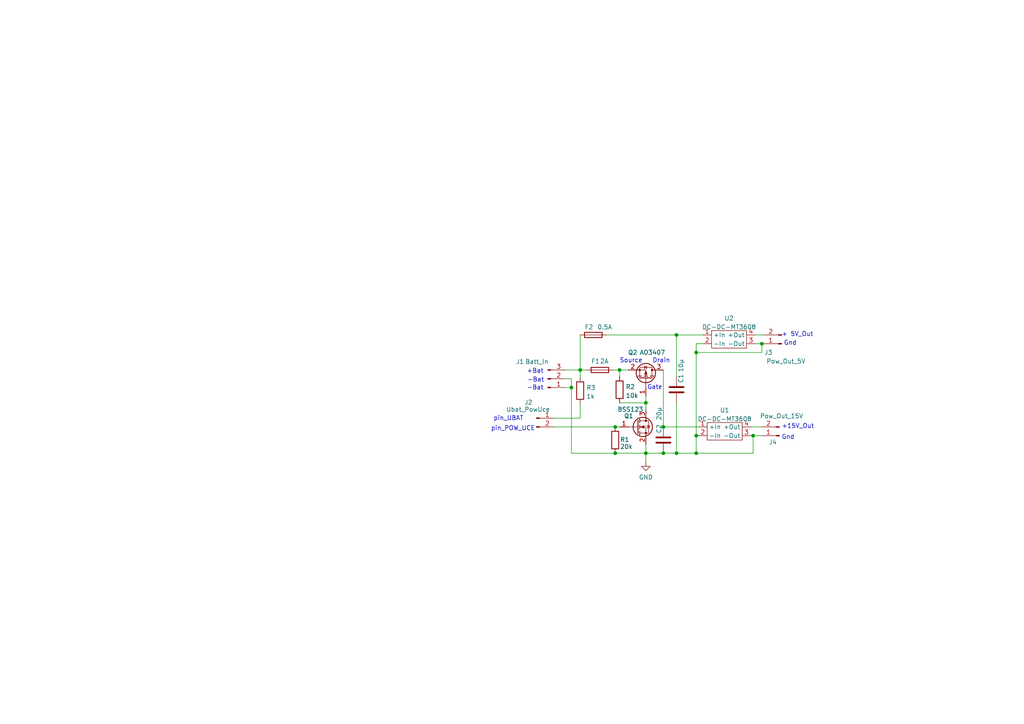
<source format=kicad_sch>
(kicad_sch (version 20211123) (generator eeschema)

  (uuid c3ea0578-92ff-4bf6-a1e1-e6211374ef30)

  (paper "A4")

  (lib_symbols
    (symbol "Connector:Conn_01x02_Male" (pin_names (offset 1.016) hide) (in_bom yes) (on_board yes)
      (property "Reference" "J" (id 0) (at 0 2.54 0)
        (effects (font (size 1.27 1.27)))
      )
      (property "Value" "Conn_01x02_Male" (id 1) (at 0 -5.08 0)
        (effects (font (size 1.27 1.27)))
      )
      (property "Footprint" "" (id 2) (at 0 0 0)
        (effects (font (size 1.27 1.27)) hide)
      )
      (property "Datasheet" "~" (id 3) (at 0 0 0)
        (effects (font (size 1.27 1.27)) hide)
      )
      (property "ki_keywords" "connector" (id 4) (at 0 0 0)
        (effects (font (size 1.27 1.27)) hide)
      )
      (property "ki_description" "Generic connector, single row, 01x02, script generated (kicad-library-utils/schlib/autogen/connector/)" (id 5) (at 0 0 0)
        (effects (font (size 1.27 1.27)) hide)
      )
      (property "ki_fp_filters" "Connector*:*_1x??_*" (id 6) (at 0 0 0)
        (effects (font (size 1.27 1.27)) hide)
      )
      (symbol "Conn_01x02_Male_1_1"
        (polyline
          (pts
            (xy 1.27 -2.54)
            (xy 0.8636 -2.54)
          )
          (stroke (width 0.1524) (type default) (color 0 0 0 0))
          (fill (type none))
        )
        (polyline
          (pts
            (xy 1.27 0)
            (xy 0.8636 0)
          )
          (stroke (width 0.1524) (type default) (color 0 0 0 0))
          (fill (type none))
        )
        (rectangle (start 0.8636 -2.413) (end 0 -2.667)
          (stroke (width 0.1524) (type default) (color 0 0 0 0))
          (fill (type outline))
        )
        (rectangle (start 0.8636 0.127) (end 0 -0.127)
          (stroke (width 0.1524) (type default) (color 0 0 0 0))
          (fill (type outline))
        )
        (pin passive line (at 5.08 0 180) (length 3.81)
          (name "Pin_1" (effects (font (size 1.27 1.27))))
          (number "1" (effects (font (size 1.27 1.27))))
        )
        (pin passive line (at 5.08 -2.54 180) (length 3.81)
          (name "Pin_2" (effects (font (size 1.27 1.27))))
          (number "2" (effects (font (size 1.27 1.27))))
        )
      )
    )
    (symbol "Connector:Conn_01x03_Male" (pin_names (offset 1.016) hide) (in_bom yes) (on_board yes)
      (property "Reference" "J" (id 0) (at 0 5.08 0)
        (effects (font (size 1.27 1.27)))
      )
      (property "Value" "Conn_01x03_Male" (id 1) (at 0 -5.08 0)
        (effects (font (size 1.27 1.27)))
      )
      (property "Footprint" "" (id 2) (at 0 0 0)
        (effects (font (size 1.27 1.27)) hide)
      )
      (property "Datasheet" "~" (id 3) (at 0 0 0)
        (effects (font (size 1.27 1.27)) hide)
      )
      (property "ki_keywords" "connector" (id 4) (at 0 0 0)
        (effects (font (size 1.27 1.27)) hide)
      )
      (property "ki_description" "Generic connector, single row, 01x03, script generated (kicad-library-utils/schlib/autogen/connector/)" (id 5) (at 0 0 0)
        (effects (font (size 1.27 1.27)) hide)
      )
      (property "ki_fp_filters" "Connector*:*_1x??_*" (id 6) (at 0 0 0)
        (effects (font (size 1.27 1.27)) hide)
      )
      (symbol "Conn_01x03_Male_1_1"
        (polyline
          (pts
            (xy 1.27 -2.54)
            (xy 0.8636 -2.54)
          )
          (stroke (width 0.1524) (type default) (color 0 0 0 0))
          (fill (type none))
        )
        (polyline
          (pts
            (xy 1.27 0)
            (xy 0.8636 0)
          )
          (stroke (width 0.1524) (type default) (color 0 0 0 0))
          (fill (type none))
        )
        (polyline
          (pts
            (xy 1.27 2.54)
            (xy 0.8636 2.54)
          )
          (stroke (width 0.1524) (type default) (color 0 0 0 0))
          (fill (type none))
        )
        (rectangle (start 0.8636 -2.413) (end 0 -2.667)
          (stroke (width 0.1524) (type default) (color 0 0 0 0))
          (fill (type outline))
        )
        (rectangle (start 0.8636 0.127) (end 0 -0.127)
          (stroke (width 0.1524) (type default) (color 0 0 0 0))
          (fill (type outline))
        )
        (rectangle (start 0.8636 2.667) (end 0 2.413)
          (stroke (width 0.1524) (type default) (color 0 0 0 0))
          (fill (type outline))
        )
        (pin passive line (at 5.08 2.54 180) (length 3.81)
          (name "Pin_1" (effects (font (size 1.27 1.27))))
          (number "1" (effects (font (size 1.27 1.27))))
        )
        (pin passive line (at 5.08 0 180) (length 3.81)
          (name "Pin_2" (effects (font (size 1.27 1.27))))
          (number "2" (effects (font (size 1.27 1.27))))
        )
        (pin passive line (at 5.08 -2.54 180) (length 3.81)
          (name "Pin_3" (effects (font (size 1.27 1.27))))
          (number "3" (effects (font (size 1.27 1.27))))
        )
      )
    )
    (symbol "Device:C" (pin_numbers hide) (pin_names (offset 0.254)) (in_bom yes) (on_board yes)
      (property "Reference" "C" (id 0) (at 0.635 2.54 0)
        (effects (font (size 1.27 1.27)) (justify left))
      )
      (property "Value" "C" (id 1) (at 0.635 -2.54 0)
        (effects (font (size 1.27 1.27)) (justify left))
      )
      (property "Footprint" "" (id 2) (at 0.9652 -3.81 0)
        (effects (font (size 1.27 1.27)) hide)
      )
      (property "Datasheet" "~" (id 3) (at 0 0 0)
        (effects (font (size 1.27 1.27)) hide)
      )
      (property "ki_keywords" "cap capacitor" (id 4) (at 0 0 0)
        (effects (font (size 1.27 1.27)) hide)
      )
      (property "ki_description" "Unpolarized capacitor" (id 5) (at 0 0 0)
        (effects (font (size 1.27 1.27)) hide)
      )
      (property "ki_fp_filters" "C_*" (id 6) (at 0 0 0)
        (effects (font (size 1.27 1.27)) hide)
      )
      (symbol "C_0_1"
        (polyline
          (pts
            (xy -2.032 -0.762)
            (xy 2.032 -0.762)
          )
          (stroke (width 0.508) (type default) (color 0 0 0 0))
          (fill (type none))
        )
        (polyline
          (pts
            (xy -2.032 0.762)
            (xy 2.032 0.762)
          )
          (stroke (width 0.508) (type default) (color 0 0 0 0))
          (fill (type none))
        )
      )
      (symbol "C_1_1"
        (pin passive line (at 0 3.81 270) (length 2.794)
          (name "~" (effects (font (size 1.27 1.27))))
          (number "1" (effects (font (size 1.27 1.27))))
        )
        (pin passive line (at 0 -3.81 90) (length 2.794)
          (name "~" (effects (font (size 1.27 1.27))))
          (number "2" (effects (font (size 1.27 1.27))))
        )
      )
    )
    (symbol "Device:Fuse" (pin_numbers hide) (pin_names (offset 0)) (in_bom yes) (on_board yes)
      (property "Reference" "F" (id 0) (at 2.032 0 90)
        (effects (font (size 1.27 1.27)))
      )
      (property "Value" "Fuse" (id 1) (at -1.905 0 90)
        (effects (font (size 1.27 1.27)))
      )
      (property "Footprint" "" (id 2) (at -1.778 0 90)
        (effects (font (size 1.27 1.27)) hide)
      )
      (property "Datasheet" "~" (id 3) (at 0 0 0)
        (effects (font (size 1.27 1.27)) hide)
      )
      (property "ki_keywords" "fuse" (id 4) (at 0 0 0)
        (effects (font (size 1.27 1.27)) hide)
      )
      (property "ki_description" "Fuse" (id 5) (at 0 0 0)
        (effects (font (size 1.27 1.27)) hide)
      )
      (property "ki_fp_filters" "*Fuse*" (id 6) (at 0 0 0)
        (effects (font (size 1.27 1.27)) hide)
      )
      (symbol "Fuse_0_1"
        (rectangle (start -0.762 -2.54) (end 0.762 2.54)
          (stroke (width 0.254) (type default) (color 0 0 0 0))
          (fill (type none))
        )
        (polyline
          (pts
            (xy 0 2.54)
            (xy 0 -2.54)
          )
          (stroke (width 0) (type default) (color 0 0 0 0))
          (fill (type none))
        )
      )
      (symbol "Fuse_1_1"
        (pin passive line (at 0 3.81 270) (length 1.27)
          (name "~" (effects (font (size 1.27 1.27))))
          (number "1" (effects (font (size 1.27 1.27))))
        )
        (pin passive line (at 0 -3.81 90) (length 1.27)
          (name "~" (effects (font (size 1.27 1.27))))
          (number "2" (effects (font (size 1.27 1.27))))
        )
      )
    )
    (symbol "Device:R" (pin_numbers hide) (pin_names (offset 0)) (in_bom yes) (on_board yes)
      (property "Reference" "R" (id 0) (at 2.032 0 90)
        (effects (font (size 1.27 1.27)))
      )
      (property "Value" "R" (id 1) (at 0 0 90)
        (effects (font (size 1.27 1.27)))
      )
      (property "Footprint" "" (id 2) (at -1.778 0 90)
        (effects (font (size 1.27 1.27)) hide)
      )
      (property "Datasheet" "~" (id 3) (at 0 0 0)
        (effects (font (size 1.27 1.27)) hide)
      )
      (property "ki_keywords" "R res resistor" (id 4) (at 0 0 0)
        (effects (font (size 1.27 1.27)) hide)
      )
      (property "ki_description" "Resistor" (id 5) (at 0 0 0)
        (effects (font (size 1.27 1.27)) hide)
      )
      (property "ki_fp_filters" "R_*" (id 6) (at 0 0 0)
        (effects (font (size 1.27 1.27)) hide)
      )
      (symbol "R_0_1"
        (rectangle (start -1.016 -2.54) (end 1.016 2.54)
          (stroke (width 0.254) (type default) (color 0 0 0 0))
          (fill (type none))
        )
      )
      (symbol "R_1_1"
        (pin passive line (at 0 3.81 270) (length 1.27)
          (name "~" (effects (font (size 1.27 1.27))))
          (number "1" (effects (font (size 1.27 1.27))))
        )
        (pin passive line (at 0 -3.81 90) (length 1.27)
          (name "~" (effects (font (size 1.27 1.27))))
          (number "2" (effects (font (size 1.27 1.27))))
        )
      )
    )
    (symbol "MyLibrary:DC-DC-MT3608" (in_bom yes) (on_board yes)
      (property "Reference" "U" (id 0) (at -6.35 7.62 0)
        (effects (font (size 1.27 1.27)))
      )
      (property "Value" "DC-DC-MT3608" (id 1) (at 0 5.08 0)
        (effects (font (size 1.27 1.27)))
      )
      (property "Footprint" "" (id 2) (at 0 0 0)
        (effects (font (size 1.27 1.27)) hide)
      )
      (property "Datasheet" "" (id 3) (at 0 0 0)
        (effects (font (size 1.27 1.27)) hide)
      )
      (symbol "DC-DC-MT3608_0_1"
        (rectangle (start 6.35 -1.27) (end -3.81 3.81)
          (stroke (width 0) (type default) (color 0 0 0 0))
          (fill (type none))
        )
      )
      (symbol "DC-DC-MT3608_1_1"
        (pin input line (at -6.35 2.54 0) (length 2.54)
          (name "+In" (effects (font (size 1.27 1.27))))
          (number "1" (effects (font (size 1.27 1.27))))
        )
        (pin input line (at -6.35 0 0) (length 2.54)
          (name "-In" (effects (font (size 1.27 1.27))))
          (number "2" (effects (font (size 1.27 1.27))))
        )
        (pin output line (at 8.89 0 180) (length 2.54)
          (name "-Out" (effects (font (size 1.27 1.27))))
          (number "3" (effects (font (size 1.27 1.27))))
        )
        (pin output line (at 8.89 2.54 180) (length 2.54)
          (name "+Out" (effects (font (size 1.27 1.27))))
          (number "4" (effects (font (size 1.27 1.27))))
        )
      )
    )
    (symbol "Transistor_FET:AO3401A" (pin_names hide) (in_bom yes) (on_board yes)
      (property "Reference" "Q" (id 0) (at 5.08 1.905 0)
        (effects (font (size 1.27 1.27)) (justify left))
      )
      (property "Value" "AO3401A" (id 1) (at 5.08 0 0)
        (effects (font (size 1.27 1.27)) (justify left))
      )
      (property "Footprint" "Package_TO_SOT_SMD:SOT-23" (id 2) (at 5.08 -1.905 0)
        (effects (font (size 1.27 1.27) italic) (justify left) hide)
      )
      (property "Datasheet" "http://www.aosmd.com/pdfs/datasheet/AO3401A.pdf" (id 3) (at 0 0 0)
        (effects (font (size 1.27 1.27)) (justify left) hide)
      )
      (property "ki_keywords" "P-Channel MOSFET" (id 4) (at 0 0 0)
        (effects (font (size 1.27 1.27)) hide)
      )
      (property "ki_description" "-4.0A Id, -30V Vds, P-Channel MOSFET, SOT-23" (id 5) (at 0 0 0)
        (effects (font (size 1.27 1.27)) hide)
      )
      (property "ki_fp_filters" "SOT?23*" (id 6) (at 0 0 0)
        (effects (font (size 1.27 1.27)) hide)
      )
      (symbol "AO3401A_0_1"
        (polyline
          (pts
            (xy 0.254 0)
            (xy -2.54 0)
          )
          (stroke (width 0) (type default) (color 0 0 0 0))
          (fill (type none))
        )
        (polyline
          (pts
            (xy 0.254 1.905)
            (xy 0.254 -1.905)
          )
          (stroke (width 0.254) (type default) (color 0 0 0 0))
          (fill (type none))
        )
        (polyline
          (pts
            (xy 0.762 -1.27)
            (xy 0.762 -2.286)
          )
          (stroke (width 0.254) (type default) (color 0 0 0 0))
          (fill (type none))
        )
        (polyline
          (pts
            (xy 0.762 0.508)
            (xy 0.762 -0.508)
          )
          (stroke (width 0.254) (type default) (color 0 0 0 0))
          (fill (type none))
        )
        (polyline
          (pts
            (xy 0.762 2.286)
            (xy 0.762 1.27)
          )
          (stroke (width 0.254) (type default) (color 0 0 0 0))
          (fill (type none))
        )
        (polyline
          (pts
            (xy 2.54 2.54)
            (xy 2.54 1.778)
          )
          (stroke (width 0) (type default) (color 0 0 0 0))
          (fill (type none))
        )
        (polyline
          (pts
            (xy 2.54 -2.54)
            (xy 2.54 0)
            (xy 0.762 0)
          )
          (stroke (width 0) (type default) (color 0 0 0 0))
          (fill (type none))
        )
        (polyline
          (pts
            (xy 0.762 1.778)
            (xy 3.302 1.778)
            (xy 3.302 -1.778)
            (xy 0.762 -1.778)
          )
          (stroke (width 0) (type default) (color 0 0 0 0))
          (fill (type none))
        )
        (polyline
          (pts
            (xy 2.286 0)
            (xy 1.27 0.381)
            (xy 1.27 -0.381)
            (xy 2.286 0)
          )
          (stroke (width 0) (type default) (color 0 0 0 0))
          (fill (type outline))
        )
        (polyline
          (pts
            (xy 2.794 -0.508)
            (xy 2.921 -0.381)
            (xy 3.683 -0.381)
            (xy 3.81 -0.254)
          )
          (stroke (width 0) (type default) (color 0 0 0 0))
          (fill (type none))
        )
        (polyline
          (pts
            (xy 3.302 -0.381)
            (xy 2.921 0.254)
            (xy 3.683 0.254)
            (xy 3.302 -0.381)
          )
          (stroke (width 0) (type default) (color 0 0 0 0))
          (fill (type none))
        )
        (circle (center 1.651 0) (radius 2.794)
          (stroke (width 0.254) (type default) (color 0 0 0 0))
          (fill (type none))
        )
        (circle (center 2.54 -1.778) (radius 0.254)
          (stroke (width 0) (type default) (color 0 0 0 0))
          (fill (type outline))
        )
        (circle (center 2.54 1.778) (radius 0.254)
          (stroke (width 0) (type default) (color 0 0 0 0))
          (fill (type outline))
        )
      )
      (symbol "AO3401A_1_1"
        (pin input line (at -5.08 0 0) (length 2.54)
          (name "G" (effects (font (size 1.27 1.27))))
          (number "1" (effects (font (size 1.27 1.27))))
        )
        (pin passive line (at 2.54 -5.08 90) (length 2.54)
          (name "S" (effects (font (size 1.27 1.27))))
          (number "2" (effects (font (size 1.27 1.27))))
        )
        (pin passive line (at 2.54 5.08 270) (length 2.54)
          (name "D" (effects (font (size 1.27 1.27))))
          (number "3" (effects (font (size 1.27 1.27))))
        )
      )
    )
    (symbol "Transistor_FET:BSS123" (pin_names hide) (in_bom yes) (on_board yes)
      (property "Reference" "Q" (id 0) (at 5.08 1.905 0)
        (effects (font (size 1.27 1.27)) (justify left))
      )
      (property "Value" "BSS123" (id 1) (at 5.08 0 0)
        (effects (font (size 1.27 1.27)) (justify left))
      )
      (property "Footprint" "Package_TO_SOT_SMD:SOT-23" (id 2) (at 5.08 -1.905 0)
        (effects (font (size 1.27 1.27) italic) (justify left) hide)
      )
      (property "Datasheet" "http://www.diodes.com/assets/Datasheets/ds30366.pdf" (id 3) (at 0 0 0)
        (effects (font (size 1.27 1.27)) (justify left) hide)
      )
      (property "ki_keywords" "N-Channel MOSFET" (id 4) (at 0 0 0)
        (effects (font (size 1.27 1.27)) hide)
      )
      (property "ki_description" "0.17A Id, 100V Vds, N-Channel MOSFET, SOT-23" (id 5) (at 0 0 0)
        (effects (font (size 1.27 1.27)) hide)
      )
      (property "ki_fp_filters" "SOT?23*" (id 6) (at 0 0 0)
        (effects (font (size 1.27 1.27)) hide)
      )
      (symbol "BSS123_0_1"
        (polyline
          (pts
            (xy 0.254 0)
            (xy -2.54 0)
          )
          (stroke (width 0) (type default) (color 0 0 0 0))
          (fill (type none))
        )
        (polyline
          (pts
            (xy 0.254 1.905)
            (xy 0.254 -1.905)
          )
          (stroke (width 0.254) (type default) (color 0 0 0 0))
          (fill (type none))
        )
        (polyline
          (pts
            (xy 0.762 -1.27)
            (xy 0.762 -2.286)
          )
          (stroke (width 0.254) (type default) (color 0 0 0 0))
          (fill (type none))
        )
        (polyline
          (pts
            (xy 0.762 0.508)
            (xy 0.762 -0.508)
          )
          (stroke (width 0.254) (type default) (color 0 0 0 0))
          (fill (type none))
        )
        (polyline
          (pts
            (xy 0.762 2.286)
            (xy 0.762 1.27)
          )
          (stroke (width 0.254) (type default) (color 0 0 0 0))
          (fill (type none))
        )
        (polyline
          (pts
            (xy 2.54 2.54)
            (xy 2.54 1.778)
          )
          (stroke (width 0) (type default) (color 0 0 0 0))
          (fill (type none))
        )
        (polyline
          (pts
            (xy 2.54 -2.54)
            (xy 2.54 0)
            (xy 0.762 0)
          )
          (stroke (width 0) (type default) (color 0 0 0 0))
          (fill (type none))
        )
        (polyline
          (pts
            (xy 0.762 -1.778)
            (xy 3.302 -1.778)
            (xy 3.302 1.778)
            (xy 0.762 1.778)
          )
          (stroke (width 0) (type default) (color 0 0 0 0))
          (fill (type none))
        )
        (polyline
          (pts
            (xy 1.016 0)
            (xy 2.032 0.381)
            (xy 2.032 -0.381)
            (xy 1.016 0)
          )
          (stroke (width 0) (type default) (color 0 0 0 0))
          (fill (type outline))
        )
        (polyline
          (pts
            (xy 2.794 0.508)
            (xy 2.921 0.381)
            (xy 3.683 0.381)
            (xy 3.81 0.254)
          )
          (stroke (width 0) (type default) (color 0 0 0 0))
          (fill (type none))
        )
        (polyline
          (pts
            (xy 3.302 0.381)
            (xy 2.921 -0.254)
            (xy 3.683 -0.254)
            (xy 3.302 0.381)
          )
          (stroke (width 0) (type default) (color 0 0 0 0))
          (fill (type none))
        )
        (circle (center 1.651 0) (radius 2.794)
          (stroke (width 0.254) (type default) (color 0 0 0 0))
          (fill (type none))
        )
        (circle (center 2.54 -1.778) (radius 0.254)
          (stroke (width 0) (type default) (color 0 0 0 0))
          (fill (type outline))
        )
        (circle (center 2.54 1.778) (radius 0.254)
          (stroke (width 0) (type default) (color 0 0 0 0))
          (fill (type outline))
        )
      )
      (symbol "BSS123_1_1"
        (pin input line (at -5.08 0 0) (length 2.54)
          (name "G" (effects (font (size 1.27 1.27))))
          (number "1" (effects (font (size 1.27 1.27))))
        )
        (pin passive line (at 2.54 -5.08 90) (length 2.54)
          (name "S" (effects (font (size 1.27 1.27))))
          (number "2" (effects (font (size 1.27 1.27))))
        )
        (pin passive line (at 2.54 5.08 270) (length 2.54)
          (name "D" (effects (font (size 1.27 1.27))))
          (number "3" (effects (font (size 1.27 1.27))))
        )
      )
    )
    (symbol "power:GND" (power) (pin_names (offset 0)) (in_bom yes) (on_board yes)
      (property "Reference" "#PWR" (id 0) (at 0 -6.35 0)
        (effects (font (size 1.27 1.27)) hide)
      )
      (property "Value" "GND" (id 1) (at 0 -3.81 0)
        (effects (font (size 1.27 1.27)))
      )
      (property "Footprint" "" (id 2) (at 0 0 0)
        (effects (font (size 1.27 1.27)) hide)
      )
      (property "Datasheet" "" (id 3) (at 0 0 0)
        (effects (font (size 1.27 1.27)) hide)
      )
      (property "ki_keywords" "global power" (id 4) (at 0 0 0)
        (effects (font (size 1.27 1.27)) hide)
      )
      (property "ki_description" "Power symbol creates a global label with name \"GND\" , ground" (id 5) (at 0 0 0)
        (effects (font (size 1.27 1.27)) hide)
      )
      (symbol "GND_0_1"
        (polyline
          (pts
            (xy 0 0)
            (xy 0 -1.27)
            (xy 1.27 -1.27)
            (xy 0 -2.54)
            (xy -1.27 -1.27)
            (xy 0 -1.27)
          )
          (stroke (width 0) (type default) (color 0 0 0 0))
          (fill (type none))
        )
      )
      (symbol "GND_1_1"
        (pin power_in line (at 0 0 270) (length 0) hide
          (name "GND" (effects (font (size 1.27 1.27))))
          (number "1" (effects (font (size 1.27 1.27))))
        )
      )
    )
  )

  (junction (at 178.435 123.825) (diameter 0) (color 0 0 0 0)
    (uuid 0229a5d1-6798-49c9-b616-11aae27b82e2)
  )
  (junction (at 165.735 112.395) (diameter 0) (color 0 0 0 0)
    (uuid 1549dd87-22c8-4e0a-ae75-515d9a9b1010)
  )
  (junction (at 218.44 126.365) (diameter 0) (color 0 0 0 0)
    (uuid 16348ce5-6413-4eb0-adc8-4adea4a8f036)
  )
  (junction (at 187.325 116.84) (diameter 0) (color 0 0 0 0)
    (uuid 29b915f9-b260-47bc-9219-3472267a2187)
  )
  (junction (at 220.98 99.695) (diameter 0) (color 0 0 0 0)
    (uuid 3d218318-715f-42b5-9e9c-81627b428f66)
  )
  (junction (at 192.405 123.825) (diameter 0) (color 0 0 0 0)
    (uuid 8b16eb32-74fc-4e09-9b83-b3e29980a3ba)
  )
  (junction (at 168.275 107.315) (diameter 0) (color 0 0 0 0)
    (uuid 8c20a2b0-aba2-40bf-ac62-5bb2befc3cbe)
  )
  (junction (at 201.93 126.365) (diameter 0) (color 0 0 0 0)
    (uuid 8e37fbd3-dfc7-4622-8a53-2dd88bbb4520)
  )
  (junction (at 179.705 107.315) (diameter 0) (color 0 0 0 0)
    (uuid 9636037e-6218-481e-8099-8f9d3fa5f50d)
  )
  (junction (at 178.435 131.445) (diameter 0) (color 0 0 0 0)
    (uuid 9e17088f-4c41-49a3-91cc-b763b6b4fe74)
  )
  (junction (at 201.93 102.235) (diameter 0) (color 0 0 0 0)
    (uuid a26be092-3f52-458d-a7bf-5df062fccf4e)
  )
  (junction (at 196.215 131.445) (diameter 0) (color 0 0 0 0)
    (uuid a70adf81-70e2-4954-ac24-87437854f847)
  )
  (junction (at 201.93 131.445) (diameter 0) (color 0 0 0 0)
    (uuid be3bca6c-5957-459d-8635-737f9b29f0aa)
  )
  (junction (at 187.325 131.445) (diameter 0) (color 0 0 0 0)
    (uuid da853990-8817-44ba-9308-ac6b5bb9d42a)
  )
  (junction (at 192.405 131.445) (diameter 0) (color 0 0 0 0)
    (uuid e5970084-5e26-43bf-bd56-0f7e21086f53)
  )
  (junction (at 196.215 97.155) (diameter 0) (color 0 0 0 0)
    (uuid f1ed7fc4-a5af-45ed-a2ad-605adcc51764)
  )

  (wire (pts (xy 187.325 128.905) (xy 187.325 131.445))
    (stroke (width 0) (type default) (color 0 0 0 0))
    (uuid 05b0a390-7fba-4dd7-a2da-40d36212a3b6)
  )
  (wire (pts (xy 201.93 131.445) (xy 218.44 131.445))
    (stroke (width 0) (type default) (color 0 0 0 0))
    (uuid 081b9dcf-5128-4c09-be60-53a7da7560ad)
  )
  (wire (pts (xy 220.98 99.695) (xy 220.98 102.235))
    (stroke (width 0) (type default) (color 0 0 0 0))
    (uuid 081d9a35-044a-4d4f-b058-4e0c39fdfb45)
  )
  (wire (pts (xy 201.93 102.235) (xy 220.98 102.235))
    (stroke (width 0) (type default) (color 0 0 0 0))
    (uuid 0c1ab3b7-5c88-405d-9b94-d24b11384994)
  )
  (wire (pts (xy 187.325 114.935) (xy 187.325 116.84))
    (stroke (width 0) (type default) (color 0 0 0 0))
    (uuid 1b328eba-f10a-4716-8af4-e1ac49f37fe0)
  )
  (wire (pts (xy 187.325 131.445) (xy 192.405 131.445))
    (stroke (width 0) (type default) (color 0 0 0 0))
    (uuid 1d7c50aa-8898-480f-8f20-07e3fa0a9a24)
  )
  (wire (pts (xy 163.957 112.395) (xy 165.735 112.395))
    (stroke (width 0) (type default) (color 0 0 0 0))
    (uuid 1e0fe2fd-a3b1-4bc3-9e16-b04d3beafdc2)
  )
  (wire (pts (xy 201.93 126.365) (xy 201.93 102.235))
    (stroke (width 0) (type default) (color 0 0 0 0))
    (uuid 1e407785-ba07-4e7b-af33-86c6c41f66f9)
  )
  (wire (pts (xy 179.705 107.315) (xy 182.245 107.315))
    (stroke (width 0) (type default) (color 0 0 0 0))
    (uuid 22219f3d-8069-459e-aa6a-164c4bf71b36)
  )
  (wire (pts (xy 160.655 121.285) (xy 168.275 121.285))
    (stroke (width 0) (type default) (color 0 0 0 0))
    (uuid 2d621992-7107-4cb6-bef5-3e9367b3a450)
  )
  (wire (pts (xy 163.957 109.855) (xy 165.735 109.855))
    (stroke (width 0) (type default) (color 0 0 0 0))
    (uuid 32ae59db-42f2-4fe8-9233-8de3ae986910)
  )
  (wire (pts (xy 179.705 107.315) (xy 179.705 109.22))
    (stroke (width 0) (type default) (color 0 0 0 0))
    (uuid 33108f1b-5976-46dd-90cc-4855782b4f6d)
  )
  (wire (pts (xy 178.435 131.445) (xy 187.325 131.445))
    (stroke (width 0) (type default) (color 0 0 0 0))
    (uuid 37c65f4e-7d18-470b-9620-fc927bde199a)
  )
  (wire (pts (xy 187.325 116.84) (xy 187.325 118.745))
    (stroke (width 0) (type default) (color 0 0 0 0))
    (uuid 384e970a-5879-4108-8fcb-398e787224a1)
  )
  (wire (pts (xy 160.655 123.825) (xy 178.435 123.825))
    (stroke (width 0) (type default) (color 0 0 0 0))
    (uuid 3ba09dc2-dc1d-449a-a51f-d0729bded04c)
  )
  (wire (pts (xy 196.215 116.84) (xy 196.215 131.445))
    (stroke (width 0) (type default) (color 0 0 0 0))
    (uuid 47c83de0-b1b1-49e6-81e1-cd771c5a3563)
  )
  (wire (pts (xy 187.325 131.445) (xy 187.325 133.985))
    (stroke (width 0) (type default) (color 0 0 0 0))
    (uuid 4f3fa27d-63d7-4d1e-9302-e82ad089d2d3)
  )
  (wire (pts (xy 163.957 107.315) (xy 168.275 107.315))
    (stroke (width 0) (type default) (color 0 0 0 0))
    (uuid 53ce6c7e-bfea-42fb-9767-b29e4d36547e)
  )
  (wire (pts (xy 217.805 123.825) (xy 220.98 123.825))
    (stroke (width 0) (type default) (color 0 0 0 0))
    (uuid 5f05990d-1fcd-4ff9-9cf7-490b2e8bece0)
  )
  (wire (pts (xy 177.8 107.315) (xy 179.705 107.315))
    (stroke (width 0) (type default) (color 0 0 0 0))
    (uuid 67632a57-665e-4686-b8bd-a16b9646c698)
  )
  (wire (pts (xy 179.705 116.84) (xy 187.325 116.84))
    (stroke (width 0) (type default) (color 0 0 0 0))
    (uuid 6fd20998-f71c-4a3b-b70f-49ae9703303c)
  )
  (wire (pts (xy 168.275 97.155) (xy 168.275 107.315))
    (stroke (width 0) (type default) (color 0 0 0 0))
    (uuid 76136b99-334a-4c3d-a4ac-7a8f68c0254d)
  )
  (wire (pts (xy 165.735 112.395) (xy 165.735 131.445))
    (stroke (width 0) (type default) (color 0 0 0 0))
    (uuid 7bfaf601-5796-45b7-a10d-64497ed8e2d6)
  )
  (wire (pts (xy 217.805 126.365) (xy 218.44 126.365))
    (stroke (width 0) (type default) (color 0 0 0 0))
    (uuid 8ae9ac9f-35dd-4617-bbc1-9a1aeb1b1254)
  )
  (wire (pts (xy 165.735 109.855) (xy 165.735 112.395))
    (stroke (width 0) (type default) (color 0 0 0 0))
    (uuid 8ce83573-2ab6-40bb-a981-03c0d7f4233e)
  )
  (wire (pts (xy 220.98 99.695) (xy 221.615 99.695))
    (stroke (width 0) (type default) (color 0 0 0 0))
    (uuid 9d6df66c-a8ca-4ff4-9662-c33dbd7509c1)
  )
  (wire (pts (xy 168.275 107.315) (xy 170.18 107.315))
    (stroke (width 0) (type default) (color 0 0 0 0))
    (uuid 9fe09ded-23a4-4d7a-a5c6-ba6b68efbf36)
  )
  (wire (pts (xy 201.93 126.365) (xy 202.565 126.365))
    (stroke (width 0) (type default) (color 0 0 0 0))
    (uuid a01680a0-d526-4bc6-a6dc-e3a05a85dae2)
  )
  (wire (pts (xy 192.405 131.445) (xy 196.215 131.445))
    (stroke (width 0) (type default) (color 0 0 0 0))
    (uuid a1f36b1b-68f1-43c4-96dd-2c21ceb5c4c1)
  )
  (wire (pts (xy 175.895 97.155) (xy 196.215 97.155))
    (stroke (width 0) (type default) (color 0 0 0 0))
    (uuid b003fa07-821e-41a7-ac90-54509e0f997e)
  )
  (wire (pts (xy 218.44 126.365) (xy 220.98 126.365))
    (stroke (width 0) (type default) (color 0 0 0 0))
    (uuid b288769b-493f-4466-aed6-0868586ede4d)
  )
  (wire (pts (xy 201.93 126.365) (xy 201.93 131.445))
    (stroke (width 0) (type default) (color 0 0 0 0))
    (uuid b719c44d-e9fb-44f8-95c4-9ee1e50acbaf)
  )
  (wire (pts (xy 218.44 131.445) (xy 218.44 126.365))
    (stroke (width 0) (type default) (color 0 0 0 0))
    (uuid b744ec4f-4d83-42d0-aea3-b44f0fc97b59)
  )
  (wire (pts (xy 192.405 123.825) (xy 192.405 107.315))
    (stroke (width 0) (type default) (color 0 0 0 0))
    (uuid b7fb837a-6853-4b67-b8e2-0b22354e2694)
  )
  (wire (pts (xy 165.735 131.445) (xy 178.435 131.445))
    (stroke (width 0) (type default) (color 0 0 0 0))
    (uuid c13cee8e-8425-4541-a190-5d962493bd01)
  )
  (wire (pts (xy 196.215 131.445) (xy 201.93 131.445))
    (stroke (width 0) (type default) (color 0 0 0 0))
    (uuid c5fc8ef9-df78-4c4b-a87d-c94cf8b74d10)
  )
  (wire (pts (xy 168.275 117.094) (xy 168.275 121.285))
    (stroke (width 0) (type default) (color 0 0 0 0))
    (uuid c943f70e-6837-45ab-8fd1-633d01631e90)
  )
  (wire (pts (xy 178.435 123.825) (xy 179.705 123.825))
    (stroke (width 0) (type default) (color 0 0 0 0))
    (uuid cb59c2ca-5d8f-48ae-a6da-9aac6ee563bd)
  )
  (wire (pts (xy 168.275 107.315) (xy 168.275 109.474))
    (stroke (width 0) (type default) (color 0 0 0 0))
    (uuid cd8856cf-a1d7-4eed-808c-1e5f04c93beb)
  )
  (wire (pts (xy 196.215 97.155) (xy 203.835 97.155))
    (stroke (width 0) (type default) (color 0 0 0 0))
    (uuid d7023bb4-ba8d-4233-a762-2fc8cf1f0a23)
  )
  (wire (pts (xy 201.93 99.695) (xy 203.835 99.695))
    (stroke (width 0) (type default) (color 0 0 0 0))
    (uuid e1d7351b-a9a0-46cb-be4d-beb700857050)
  )
  (wire (pts (xy 196.215 97.155) (xy 196.215 109.22))
    (stroke (width 0) (type default) (color 0 0 0 0))
    (uuid e510bfee-3d3b-4266-b023-c6c1e426e4b3)
  )
  (wire (pts (xy 201.93 102.235) (xy 201.93 99.695))
    (stroke (width 0) (type default) (color 0 0 0 0))
    (uuid eb0dfda9-4349-455c-8344-f5a2e13d9011)
  )
  (wire (pts (xy 192.405 123.825) (xy 202.565 123.825))
    (stroke (width 0) (type default) (color 0 0 0 0))
    (uuid ece2dac7-a4c1-46bc-91c9-16922f32f7af)
  )
  (wire (pts (xy 219.075 99.695) (xy 220.98 99.695))
    (stroke (width 0) (type default) (color 0 0 0 0))
    (uuid f130cfc3-72e0-4622-8b69-ed1be44a8162)
  )
  (wire (pts (xy 219.075 97.155) (xy 221.615 97.155))
    (stroke (width 0) (type default) (color 0 0 0 0))
    (uuid f1b5f88a-82b3-45e7-b16e-2099ef2079c6)
  )

  (text "Drain" (at 189.23 105.41 0)
    (effects (font (size 1.27 1.27)) (justify left bottom))
    (uuid 012e2be7-c92f-49e6-9552-73faa3bce35c)
  )
  (text "pin_UBAT" (at 143.129 122.174 0)
    (effects (font (size 1.27 1.27)) (justify left bottom))
    (uuid 2c4b7f4e-9f34-4266-b0ff-cb63cd4363f2)
  )
  (text "-Bat" (at 152.781 113.284 0)
    (effects (font (size 1.27 1.27)) (justify left bottom))
    (uuid 338d3bc2-5a88-4b96-826f-324592557999)
  )
  (text "Source" (at 179.705 105.41 0)
    (effects (font (size 1.27 1.27)) (justify left bottom))
    (uuid 463b4f05-0cc8-48b3-9f90-5e71e9d61b36)
  )
  (text "+Bat" (at 152.781 108.458 0)
    (effects (font (size 1.27 1.27)) (justify left bottom))
    (uuid 464d1115-497f-4352-b725-0d9fcd65b34e)
  )
  (text "pin_POW_UCE" (at 142.367 125.095 0)
    (effects (font (size 1.27 1.27)) (justify left bottom))
    (uuid 4a8a25c0-9aa7-4a42-b3b6-6d3bd720063a)
  )
  (text "+15V_Out" (at 226.695 124.46 0)
    (effects (font (size 1.27 1.27)) (justify left bottom))
    (uuid 627f936e-53c2-4cca-acee-1c2a1408555f)
  )
  (text "-Bat" (at 152.908 110.998 0)
    (effects (font (size 1.27 1.27)) (justify left bottom))
    (uuid 7739213b-6be5-468f-8c81-bcc179b63f04)
  )
  (text "Gnd" (at 226.695 127.635 0)
    (effects (font (size 1.27 1.27)) (justify left bottom))
    (uuid 98479078-861d-4e61-bce0-e77433c6e289)
  )
  (text "Gate" (at 187.706 113.157 0)
    (effects (font (size 1.27 1.27)) (justify left bottom))
    (uuid b826d7aa-e9d0-41d4-9241-dab9f47cb83f)
  )
  (text "Gnd" (at 227.33 100.33 0)
    (effects (font (size 1.27 1.27)) (justify left bottom))
    (uuid beaa7306-697f-4309-b488-25aa4ffa9440)
  )
  (text "+ 5V_Out" (at 226.695 97.79 0)
    (effects (font (size 1.27 1.27)) (justify left bottom))
    (uuid dc664220-79ce-4000-b0f1-b5c35d288c55)
  )

  (symbol (lib_id "Connector:Conn_01x02_Male") (at 226.695 99.695 180) (unit 1)
    (in_bom yes) (on_board yes)
    (uuid 021ffd8c-04e5-47e5-904f-cb785bc3c18f)
    (property "Reference" "J3" (id 0) (at 222.885 102.235 0))
    (property "Value" "Pow_Out_5V" (id 1) (at 227.965 104.775 0))
    (property "Footprint" "Connector_PinHeader_2.54mm:PinHeader_1x02_P2.54mm_Vertical" (id 2) (at 226.695 99.695 0)
      (effects (font (size 1.27 1.27)) hide)
    )
    (property "Datasheet" "~" (id 3) (at 226.695 99.695 0)
      (effects (font (size 1.27 1.27)) hide)
    )
    (pin "1" (uuid 40af5951-eccc-4a40-b585-127aee5dc3cf))
    (pin "2" (uuid ea7c2c80-54a9-4aa0-a978-a41652025ad1))
  )

  (symbol (lib_id "MyLibrary:DC-DC-MT3608") (at 208.915 126.365 0) (unit 1)
    (in_bom yes) (on_board yes) (fields_autoplaced)
    (uuid 05febd7f-0845-4db4-8356-4e09dd9f44c1)
    (property "Reference" "U1" (id 0) (at 210.185 118.9822 0))
    (property "Value" "DC-DC-MT3608" (id 1) (at 210.185 121.5191 0))
    (property "Footprint" "Library:DC-DC-MT3608" (id 2) (at 208.915 126.365 0)
      (effects (font (size 1.27 1.27)) hide)
    )
    (property "Datasheet" "" (id 3) (at 208.915 126.365 0)
      (effects (font (size 1.27 1.27)) hide)
    )
    (pin "1" (uuid b332ecf6-e8b1-49eb-b2ab-731e0a8e2769))
    (pin "2" (uuid 76926e7b-fa1f-42a3-afe1-2ef06db46616))
    (pin "3" (uuid 53491c41-1843-402c-9d10-962fe7f85bd2))
    (pin "4" (uuid 045c6306-7130-457f-91b4-217486be0c63))
  )

  (symbol (lib_id "Device:R") (at 168.275 113.284 0) (unit 1)
    (in_bom yes) (on_board yes) (fields_autoplaced)
    (uuid 06848055-f8c1-4a9d-97a4-cadaa93f73b6)
    (property "Reference" "R3" (id 0) (at 170.053 112.4493 0)
      (effects (font (size 1.27 1.27)) (justify left))
    )
    (property "Value" "1k" (id 1) (at 170.053 114.9862 0)
      (effects (font (size 1.27 1.27)) (justify left))
    )
    (property "Footprint" "Resistor_SMD:R_1206_3216Metric_Pad1.30x1.75mm_HandSolder" (id 2) (at 166.497 113.284 90)
      (effects (font (size 1.27 1.27)) hide)
    )
    (property "Datasheet" "~" (id 3) (at 168.275 113.284 0)
      (effects (font (size 1.27 1.27)) hide)
    )
    (pin "1" (uuid fab5b643-f7df-4978-88fb-79e02aa24a3f))
    (pin "2" (uuid d9c857d1-5c6e-4714-926e-0852d8ee461f))
  )

  (symbol (lib_id "Device:R") (at 178.435 127.635 0) (unit 1)
    (in_bom yes) (on_board yes)
    (uuid 271fc7f6-49c4-4191-83c8-f4296fc27c67)
    (property "Reference" "R1" (id 0) (at 179.832 127.508 0)
      (effects (font (size 1.27 1.27)) (justify left))
    )
    (property "Value" "20k" (id 1) (at 179.832 129.54 0)
      (effects (font (size 1.27 1.27)) (justify left))
    )
    (property "Footprint" "Resistor_SMD:R_1206_3216Metric_Pad1.30x1.75mm_HandSolder" (id 2) (at 176.657 127.635 90)
      (effects (font (size 1.27 1.27)) hide)
    )
    (property "Datasheet" "~" (id 3) (at 178.435 127.635 0)
      (effects (font (size 1.27 1.27)) hide)
    )
    (pin "1" (uuid f58e9f98-2cd9-4c7c-95dd-fe402b3a3722))
    (pin "2" (uuid 5bfb7e34-a5d8-4811-8799-4a1ac18c3327))
  )

  (symbol (lib_id "Device:C") (at 196.215 113.03 0) (unit 1)
    (in_bom yes) (on_board yes)
    (uuid 2ac84aa2-4925-4785-b07a-718d5c6042f0)
    (property "Reference" "C1" (id 0) (at 197.485 111.125 90)
      (effects (font (size 1.27 1.27)) (justify left))
    )
    (property "Value" "10µ" (id 1) (at 197.485 107.95 90)
      (effects (font (size 1.27 1.27)) (justify left))
    )
    (property "Footprint" "Capacitor_SMD:C_1206_3216Metric_Pad1.33x1.80mm_HandSolder" (id 2) (at 197.1802 116.84 0)
      (effects (font (size 1.27 1.27)) hide)
    )
    (property "Datasheet" "~" (id 3) (at 196.215 113.03 0)
      (effects (font (size 1.27 1.27)) hide)
    )
    (pin "1" (uuid 84667884-588a-4b8c-a951-ad8df6a9506d))
    (pin "2" (uuid 86187978-2956-43e9-9c41-879bbb6b5f48))
  )

  (symbol (lib_id "MyLibrary:DC-DC-MT3608") (at 210.185 99.695 0) (unit 1)
    (in_bom yes) (on_board yes) (fields_autoplaced)
    (uuid 2c7cda55-cf8f-44a5-8e49-7842d1ff0be0)
    (property "Reference" "U2" (id 0) (at 211.455 92.3122 0))
    (property "Value" "DC-DC-MT3608" (id 1) (at 211.455 94.8491 0))
    (property "Footprint" "Library:DC-DC-MT3608" (id 2) (at 210.185 99.695 0)
      (effects (font (size 1.27 1.27)) hide)
    )
    (property "Datasheet" "" (id 3) (at 210.185 99.695 0)
      (effects (font (size 1.27 1.27)) hide)
    )
    (pin "1" (uuid dab6c7cf-e67a-4409-a1e4-e94a162f1600))
    (pin "2" (uuid 9127515c-98e5-48d3-b110-b71af7210d2e))
    (pin "3" (uuid a923038d-57d1-4c61-8498-a3100283ef63))
    (pin "4" (uuid 982dd61f-b176-4c1a-b423-40cc194a6fe5))
  )

  (symbol (lib_id "Device:Fuse") (at 173.99 107.315 270) (unit 1)
    (in_bom yes) (on_board yes)
    (uuid 59dbfc71-1d17-41d8-b5ed-9cea8b51055f)
    (property "Reference" "F1" (id 0) (at 172.72 104.775 90))
    (property "Value" "2A" (id 1) (at 175.26 104.775 90))
    (property "Footprint" "Fuse:Fuse_1206_3216Metric_Pad1.42x1.75mm_HandSolder" (id 2) (at 173.99 105.537 90)
      (effects (font (size 1.27 1.27)) hide)
    )
    (property "Datasheet" "~" (id 3) (at 173.99 107.315 0)
      (effects (font (size 1.27 1.27)) hide)
    )
    (pin "1" (uuid c93f8194-8fcc-4a1c-bbe1-99067e63e309))
    (pin "2" (uuid 13bba1e6-312d-486b-ad64-60022def05f8))
  )

  (symbol (lib_id "Connector:Conn_01x02_Male") (at 226.06 126.365 180) (unit 1)
    (in_bom yes) (on_board yes)
    (uuid 7199f71d-e938-4543-a418-7f17f41d4f03)
    (property "Reference" "J4" (id 0) (at 224.155 128.27 0))
    (property "Value" "Pow_Out_15V" (id 1) (at 226.695 120.65 0))
    (property "Footprint" "Connector_PinHeader_2.54mm:PinHeader_1x02_P2.54mm_Vertical" (id 2) (at 226.06 126.365 0)
      (effects (font (size 1.27 1.27)) hide)
    )
    (property "Datasheet" "~" (id 3) (at 226.06 126.365 0)
      (effects (font (size 1.27 1.27)) hide)
    )
    (pin "1" (uuid 6d447867-7f3d-4218-be6f-34320b1c4afc))
    (pin "2" (uuid da6f8e84-a805-4e1c-8bea-c5f276964b0e))
  )

  (symbol (lib_id "Device:C") (at 192.405 127.635 0) (unit 1)
    (in_bom yes) (on_board yes)
    (uuid 8722280c-0df9-46fd-846a-7c4e39ba8b45)
    (property "Reference" "C2" (id 0) (at 191.135 125.73 90)
      (effects (font (size 1.27 1.27)) (justify left))
    )
    (property "Value" "20µ" (id 1) (at 191.135 121.92 90)
      (effects (font (size 1.27 1.27)) (justify left))
    )
    (property "Footprint" "Capacitor_SMD:C_1210_3225Metric_Pad1.33x2.70mm_HandSolder" (id 2) (at 193.3702 131.445 0)
      (effects (font (size 1.27 1.27)) hide)
    )
    (property "Datasheet" "~" (id 3) (at 192.405 127.635 0)
      (effects (font (size 1.27 1.27)) hide)
    )
    (pin "1" (uuid 921c60f1-4748-4107-8486-4341d5c3809d))
    (pin "2" (uuid 2b3a1bca-ac6a-4f19-b76f-2c6fa077be27))
  )

  (symbol (lib_id "Connector:Conn_01x03_Male") (at 158.877 109.855 0) (mirror x) (unit 1)
    (in_bom yes) (on_board yes)
    (uuid 89134361-6151-44be-a504-24a8b8341c75)
    (property "Reference" "J1" (id 0) (at 152.019 104.902 0)
      (effects (font (size 1.27 1.27)) (justify right))
    )
    (property "Value" "Batt_In" (id 1) (at 159.131 104.902 0)
      (effects (font (size 1.27 1.27)) (justify right))
    )
    (property "Footprint" "Connector_PinHeader_2.54mm:PinHeader_1x03_P2.54mm_Horizontal" (id 2) (at 158.877 109.855 0)
      (effects (font (size 1.27 1.27)) hide)
    )
    (property "Datasheet" "~" (id 3) (at 158.877 109.855 0)
      (effects (font (size 1.27 1.27)) hide)
    )
    (pin "1" (uuid 39de6c98-b93f-412c-b255-9187a3944672))
    (pin "2" (uuid 6d2f0f7c-6306-466c-aed0-f55ef0286466))
    (pin "3" (uuid e6aaa2ba-2023-4ced-90c7-d98940d275c8))
  )

  (symbol (lib_id "Device:Fuse") (at 172.085 97.155 270) (unit 1)
    (in_bom yes) (on_board yes)
    (uuid 9f32a96a-ead6-434c-9321-d22069d91dc1)
    (property "Reference" "F2" (id 0) (at 170.815 94.869 90))
    (property "Value" "0.5A" (id 1) (at 175.387 94.869 90))
    (property "Footprint" "Fuse:Fuse_1206_3216Metric_Pad1.42x1.75mm_HandSolder" (id 2) (at 172.085 95.377 90)
      (effects (font (size 1.27 1.27)) hide)
    )
    (property "Datasheet" "~" (id 3) (at 172.085 97.155 0)
      (effects (font (size 1.27 1.27)) hide)
    )
    (pin "1" (uuid fbfb3ca4-8af9-4c75-8e2f-f1543b51031b))
    (pin "2" (uuid c9d1fa34-8567-4fb9-bb32-bce464d7b7c8))
  )

  (symbol (lib_id "power:GND") (at 187.325 133.985 0) (unit 1)
    (in_bom yes) (on_board yes) (fields_autoplaced)
    (uuid ac0fc49f-8a29-4bde-9194-9a293158412f)
    (property "Reference" "#PWR0101" (id 0) (at 187.325 140.335 0)
      (effects (font (size 1.27 1.27)) hide)
    )
    (property "Value" "GND" (id 1) (at 187.325 138.4284 0))
    (property "Footprint" "" (id 2) (at 187.325 133.985 0)
      (effects (font (size 1.27 1.27)) hide)
    )
    (property "Datasheet" "" (id 3) (at 187.325 133.985 0)
      (effects (font (size 1.27 1.27)) hide)
    )
    (pin "1" (uuid 501b432d-4ddc-493e-9b21-5572ff895584))
  )

  (symbol (lib_id "Transistor_FET:BSS123") (at 184.785 123.825 0) (unit 1)
    (in_bom yes) (on_board yes)
    (uuid adf7db05-2415-4ce8-b0c2-6d3114342760)
    (property "Reference" "Q1" (id 0) (at 180.975 120.65 0)
      (effects (font (size 1.27 1.27)) (justify left))
    )
    (property "Value" "BSS123" (id 1) (at 179.07 118.745 0)
      (effects (font (size 1.27 1.27)) (justify left))
    )
    (property "Footprint" "Package_TO_SOT_SMD:SOT-23" (id 2) (at 189.865 125.73 0)
      (effects (font (size 1.27 1.27) italic) (justify left) hide)
    )
    (property "Datasheet" "http://www.diodes.com/assets/Datasheets/ds30366.pdf" (id 3) (at 184.785 123.825 0)
      (effects (font (size 1.27 1.27)) (justify left) hide)
    )
    (pin "1" (uuid f0619606-e0f3-4fce-89da-c4cc71be8804))
    (pin "2" (uuid 068a9faa-e398-47c9-b126-ad05fa9bd65c))
    (pin "3" (uuid 8577cb8b-ca03-44f1-8b45-7474c8dc77f3))
  )

  (symbol (lib_id "Device:R") (at 179.705 113.03 0) (unit 1)
    (in_bom yes) (on_board yes) (fields_autoplaced)
    (uuid af53bd20-6291-43f5-95a0-917f4bac888e)
    (property "Reference" "R2" (id 0) (at 181.483 112.1953 0)
      (effects (font (size 1.27 1.27)) (justify left))
    )
    (property "Value" "10k" (id 1) (at 181.483 114.7322 0)
      (effects (font (size 1.27 1.27)) (justify left))
    )
    (property "Footprint" "Resistor_SMD:R_1206_3216Metric_Pad1.30x1.75mm_HandSolder" (id 2) (at 177.927 113.03 90)
      (effects (font (size 1.27 1.27)) hide)
    )
    (property "Datasheet" "~" (id 3) (at 179.705 113.03 0)
      (effects (font (size 1.27 1.27)) hide)
    )
    (pin "1" (uuid bb1c3936-40bb-44d9-9984-84e3de0480be))
    (pin "2" (uuid e10e8ad1-3f8c-44a3-aac4-d9795944cffb))
  )

  (symbol (lib_id "Transistor_FET:AO3401A") (at 187.325 109.855 270) (mirror x) (unit 1)
    (in_bom yes) (on_board yes)
    (uuid fbe31ba4-14d5-4744-bcee-8192efdd45c8)
    (property "Reference" "Q2" (id 0) (at 183.515 102.235 90))
    (property "Value" "AO3407" (id 1) (at 189.23 102.235 90))
    (property "Footprint" "Package_TO_SOT_SMD:SOT-23" (id 2) (at 185.42 104.775 0)
      (effects (font (size 1.27 1.27) italic) (justify left) hide)
    )
    (property "Datasheet" "http://www.aosmd.com/pdfs/datasheet/AO3401A.pdf" (id 3) (at 187.325 109.855 0)
      (effects (font (size 1.27 1.27)) (justify left) hide)
    )
    (pin "1" (uuid 076d5903-e20d-41cf-87dd-42693e6c77cc))
    (pin "2" (uuid 031d11fb-facf-48f7-b5b7-936648026799))
    (pin "3" (uuid f3338031-1719-46f6-8023-414c977a4cbd))
  )

  (symbol (lib_id "Connector:Conn_01x02_Male") (at 155.575 121.285 0) (unit 1)
    (in_bom yes) (on_board yes)
    (uuid ffe3b1ac-b447-4743-a2ef-8e139067e86e)
    (property "Reference" "J2" (id 0) (at 153.289 116.713 0))
    (property "Value" "Ubat_PowUce" (id 1) (at 153.162 118.745 0))
    (property "Footprint" "Connector_PinHeader_2.54mm:PinHeader_1x02_P2.54mm_Vertical" (id 2) (at 155.575 121.285 0)
      (effects (font (size 1.27 1.27)) hide)
    )
    (property "Datasheet" "~" (id 3) (at 155.575 121.285 0)
      (effects (font (size 1.27 1.27)) hide)
    )
    (pin "1" (uuid ae20e4ad-2b58-4b4d-8512-2dc520f65704))
    (pin "2" (uuid 51ed20a6-3c4d-484e-b77c-7b972b826334))
  )

  (sheet_instances
    (path "/" (page "1"))
  )

  (symbol_instances
    (path "/ac0fc49f-8a29-4bde-9194-9a293158412f"
      (reference "#PWR0101") (unit 1) (value "GND") (footprint "")
    )
    (path "/2ac84aa2-4925-4785-b07a-718d5c6042f0"
      (reference "C1") (unit 1) (value "10µ") (footprint "Capacitor_SMD:C_1206_3216Metric_Pad1.33x1.80mm_HandSolder")
    )
    (path "/8722280c-0df9-46fd-846a-7c4e39ba8b45"
      (reference "C2") (unit 1) (value "20µ") (footprint "Capacitor_SMD:C_1210_3225Metric_Pad1.33x2.70mm_HandSolder")
    )
    (path "/59dbfc71-1d17-41d8-b5ed-9cea8b51055f"
      (reference "F1") (unit 1) (value "2A") (footprint "Fuse:Fuse_1206_3216Metric_Pad1.42x1.75mm_HandSolder")
    )
    (path "/9f32a96a-ead6-434c-9321-d22069d91dc1"
      (reference "F2") (unit 1) (value "0.5A") (footprint "Fuse:Fuse_1206_3216Metric_Pad1.42x1.75mm_HandSolder")
    )
    (path "/89134361-6151-44be-a504-24a8b8341c75"
      (reference "J1") (unit 1) (value "Batt_In") (footprint "Connector_PinHeader_2.54mm:PinHeader_1x03_P2.54mm_Horizontal")
    )
    (path "/ffe3b1ac-b447-4743-a2ef-8e139067e86e"
      (reference "J2") (unit 1) (value "Ubat_PowUce") (footprint "Connector_PinHeader_2.54mm:PinHeader_1x02_P2.54mm_Vertical")
    )
    (path "/021ffd8c-04e5-47e5-904f-cb785bc3c18f"
      (reference "J3") (unit 1) (value "Pow_Out_5V") (footprint "Connector_PinHeader_2.54mm:PinHeader_1x02_P2.54mm_Vertical")
    )
    (path "/7199f71d-e938-4543-a418-7f17f41d4f03"
      (reference "J4") (unit 1) (value "Pow_Out_15V") (footprint "Connector_PinHeader_2.54mm:PinHeader_1x02_P2.54mm_Vertical")
    )
    (path "/adf7db05-2415-4ce8-b0c2-6d3114342760"
      (reference "Q1") (unit 1) (value "BSS123") (footprint "Package_TO_SOT_SMD:SOT-23")
    )
    (path "/fbe31ba4-14d5-4744-bcee-8192efdd45c8"
      (reference "Q2") (unit 1) (value "AO3407") (footprint "Package_TO_SOT_SMD:SOT-23")
    )
    (path "/271fc7f6-49c4-4191-83c8-f4296fc27c67"
      (reference "R1") (unit 1) (value "20k") (footprint "Resistor_SMD:R_1206_3216Metric_Pad1.30x1.75mm_HandSolder")
    )
    (path "/af53bd20-6291-43f5-95a0-917f4bac888e"
      (reference "R2") (unit 1) (value "10k") (footprint "Resistor_SMD:R_1206_3216Metric_Pad1.30x1.75mm_HandSolder")
    )
    (path "/06848055-f8c1-4a9d-97a4-cadaa93f73b6"
      (reference "R3") (unit 1) (value "1k") (footprint "Resistor_SMD:R_1206_3216Metric_Pad1.30x1.75mm_HandSolder")
    )
    (path "/05febd7f-0845-4db4-8356-4e09dd9f44c1"
      (reference "U1") (unit 1) (value "DC-DC-MT3608") (footprint "Library:DC-DC-MT3608")
    )
    (path "/2c7cda55-cf8f-44a5-8e49-7842d1ff0be0"
      (reference "U2") (unit 1) (value "DC-DC-MT3608") (footprint "Library:DC-DC-MT3608")
    )
  )
)

</source>
